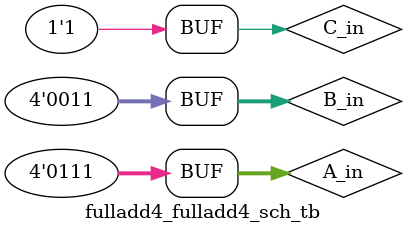
<source format=v>

`timescale 1ns / 1ps

module fulladd4_fulladd4_sch_tb();

// Inputs
   reg C_in;
   reg [3:0] A_in;
   reg [3:0] B_in;

// Output
   wire C_out;
   wire [3:0] S_out;

// Bidirs

// Instantiate the UUT
   fulladd4 UUT (
		.C_in(C_in), 
		.C_out(C_out), 
		.A_in(A_in[3:0]), 
		.B_in(B_in[3:0]), 
		.S_out(S_out[3:0])
   );

       initial begin
		C_in = 0;
		A_in = 0;
		B_in = 0;
		
		#100;
		A_in=4;
		B_in=3;
		
		#100;
		
		A_in=2;
		B_in=3;
		C_in=1;
		
		#100;
		
		A_in=7;
		
		 end 
  
endmodule

</source>
